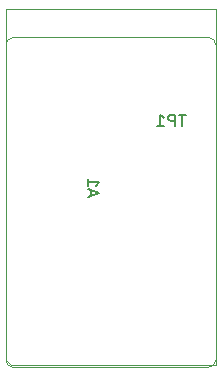
<source format=gbr>
%TF.GenerationSoftware,KiCad,Pcbnew,5.1.5+dfsg1-2~bpo10+1*%
%TF.CreationDate,Date%
%TF.ProjectId,ProMicro_BOOST,50726f4d-6963-4726-9f5f-424f4f53542e,v1.6*%
%TF.SameCoordinates,Original*%
%TF.FileFunction,Other,Fab,Bot*%
%FSLAX45Y45*%
G04 Gerber Fmt 4.5, Leading zero omitted, Abs format (unit mm)*
G04 Created by KiCad*
%MOMM*%
%LPD*%
G04 APERTURE LIST*
%ADD10C,0.100000*%
%ADD11C,0.150000*%
G04 APERTURE END LIST*
D10*
X-127000Y-63500D02*
X-127000Y2603500D01*
X1651000Y2603500D02*
X1651000Y-63500D01*
X1651000Y-63500D02*
G75*
G02X1587500Y-127000I-63500J0D01*
G01*
X-63500Y-127000D02*
G75*
G02X-127000Y-63500I0J63500D01*
G01*
X-127000Y2603500D02*
G75*
G02X-63500Y2667000I63500J0D01*
G01*
X1587500Y2667000D02*
G75*
G02X1651000Y2603500I0J-63500D01*
G01*
X1587500Y2667000D02*
X-63500Y2667000D01*
X-63500Y-127000D02*
X1587500Y-127000D01*
X1650000Y2905000D02*
X-127000Y2905000D01*
X-127000Y2905000D02*
X-127000Y-60000D01*
X-80000Y-110000D02*
X-127000Y-60000D01*
X-80000Y-110000D02*
X1650000Y-110000D01*
X1650000Y-110000D02*
X1650000Y2905000D01*
D11*
X592933Y1325572D02*
X592933Y1373191D01*
X564362Y1316048D02*
X664362Y1349381D01*
X564362Y1382714D01*
X564362Y1468429D02*
X564362Y1411286D01*
X564362Y1439857D02*
X664362Y1439857D01*
X650076Y1430333D01*
X640552Y1420810D01*
X635790Y1411286D01*
X1396190Y2013762D02*
X1339048Y2013762D01*
X1367619Y1913762D02*
X1367619Y2013762D01*
X1305714Y1913762D02*
X1305714Y2013762D01*
X1267619Y2013762D01*
X1258095Y2009000D01*
X1253333Y2004238D01*
X1248571Y1994714D01*
X1248571Y1980429D01*
X1253333Y1970905D01*
X1258095Y1966143D01*
X1267619Y1961381D01*
X1305714Y1961381D01*
X1153333Y1913762D02*
X1210476Y1913762D01*
X1181905Y1913762D02*
X1181905Y2013762D01*
X1191429Y1999476D01*
X1200952Y1989952D01*
X1210476Y1985190D01*
M02*

</source>
